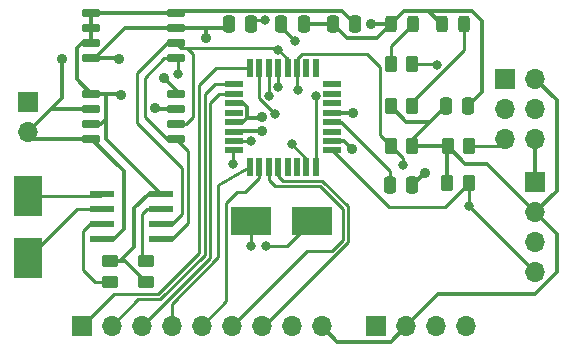
<source format=gtl>
%TF.GenerationSoftware,KiCad,Pcbnew,7.0.11*%
%TF.CreationDate,2024-06-18T14:21:46+05:30*%
%TF.ProjectId,Atmega328p_board,41746d65-6761-4333-9238-705f626f6172,1*%
%TF.SameCoordinates,Original*%
%TF.FileFunction,Copper,L1,Top*%
%TF.FilePolarity,Positive*%
%FSLAX46Y46*%
G04 Gerber Fmt 4.6, Leading zero omitted, Abs format (unit mm)*
G04 Created by KiCad (PCBNEW 7.0.11) date 2024-06-18 14:21:46*
%MOMM*%
%LPD*%
G01*
G04 APERTURE LIST*
G04 Aperture macros list*
%AMRoundRect*
0 Rectangle with rounded corners*
0 $1 Rounding radius*
0 $2 $3 $4 $5 $6 $7 $8 $9 X,Y pos of 4 corners*
0 Add a 4 corners polygon primitive as box body*
4,1,4,$2,$3,$4,$5,$6,$7,$8,$9,$2,$3,0*
0 Add four circle primitives for the rounded corners*
1,1,$1+$1,$2,$3*
1,1,$1+$1,$4,$5*
1,1,$1+$1,$6,$7*
1,1,$1+$1,$8,$9*
0 Add four rect primitives between the rounded corners*
20,1,$1+$1,$2,$3,$4,$5,0*
20,1,$1+$1,$4,$5,$6,$7,0*
20,1,$1+$1,$6,$7,$8,$9,0*
20,1,$1+$1,$8,$9,$2,$3,0*%
G04 Aperture macros list end*
%TA.AperFunction,SMDPad,CuDef*%
%ADD10RoundRect,0.250000X-0.250000X-0.475000X0.250000X-0.475000X0.250000X0.475000X-0.250000X0.475000X0*%
%TD*%
%TA.AperFunction,ComponentPad*%
%ADD11R,1.700000X1.700000*%
%TD*%
%TA.AperFunction,ComponentPad*%
%ADD12O,1.700000X1.700000*%
%TD*%
%TA.AperFunction,SMDPad,CuDef*%
%ADD13RoundRect,0.250000X0.262500X0.450000X-0.262500X0.450000X-0.262500X-0.450000X0.262500X-0.450000X0*%
%TD*%
%TA.AperFunction,SMDPad,CuDef*%
%ADD14RoundRect,0.250000X0.450000X-0.262500X0.450000X0.262500X-0.450000X0.262500X-0.450000X-0.262500X0*%
%TD*%
%TA.AperFunction,SMDPad,CuDef*%
%ADD15RoundRect,0.250000X-0.450000X0.262500X-0.450000X-0.262500X0.450000X-0.262500X0.450000X0.262500X0*%
%TD*%
%TA.AperFunction,SMDPad,CuDef*%
%ADD16R,2.400000X3.500000*%
%TD*%
%TA.AperFunction,SMDPad,CuDef*%
%ADD17RoundRect,0.243750X-0.243750X-0.456250X0.243750X-0.456250X0.243750X0.456250X-0.243750X0.456250X0*%
%TD*%
%TA.AperFunction,SMDPad,CuDef*%
%ADD18RoundRect,0.250000X0.250000X0.475000X-0.250000X0.475000X-0.250000X-0.475000X0.250000X-0.475000X0*%
%TD*%
%TA.AperFunction,SMDPad,CuDef*%
%ADD19RoundRect,0.150000X-0.650000X-0.150000X0.650000X-0.150000X0.650000X0.150000X-0.650000X0.150000X0*%
%TD*%
%TA.AperFunction,SMDPad,CuDef*%
%ADD20RoundRect,0.073750X-0.911250X-0.221250X0.911250X-0.221250X0.911250X0.221250X-0.911250X0.221250X0*%
%TD*%
%TA.AperFunction,SMDPad,CuDef*%
%ADD21RoundRect,0.250000X-0.262500X-0.450000X0.262500X-0.450000X0.262500X0.450000X-0.262500X0.450000X0*%
%TD*%
%TA.AperFunction,SMDPad,CuDef*%
%ADD22R,3.500000X2.400000*%
%TD*%
%TA.AperFunction,SMDPad,CuDef*%
%ADD23RoundRect,0.068750X-0.666250X-0.206250X0.666250X-0.206250X0.666250X0.206250X-0.666250X0.206250X0*%
%TD*%
%TA.AperFunction,SMDPad,CuDef*%
%ADD24RoundRect,0.068750X-0.206250X-0.666250X0.206250X-0.666250X0.206250X0.666250X-0.206250X0.666250X0*%
%TD*%
%TA.AperFunction,ViaPad*%
%ADD25C,0.900000*%
%TD*%
%TA.AperFunction,ViaPad*%
%ADD26C,0.800000*%
%TD*%
%TA.AperFunction,Conductor*%
%ADD27C,0.350000*%
%TD*%
%TA.AperFunction,Conductor*%
%ADD28C,0.250000*%
%TD*%
G04 APERTURE END LIST*
D10*
%TO.P,C1,1*%
%TO.N,/VCC*%
X157327600Y-88036400D03*
%TO.P,C1,2*%
%TO.N,GND*%
X159227600Y-88036400D03*
%TD*%
D11*
%TO.P,J1,1,Pin_1*%
%TO.N,GND*%
X164896800Y-94538800D03*
D12*
%TO.P,J1,2,Pin_2*%
%TO.N,/VCC*%
X164896800Y-97078800D03*
%TO.P,J1,3,Pin_3*%
%TO.N,/SDA*%
X164896800Y-99618800D03*
%TO.P,J1,4,Pin_4*%
%TO.N,/SCK*%
X164896800Y-102158800D03*
%TD*%
D13*
%TO.P,R7,1*%
%TO.N,/VCC*%
X154453200Y-91440000D03*
%TO.P,R7,2*%
%TO.N,/SDA*%
X152628200Y-91440000D03*
%TD*%
D14*
%TO.P,R3,1*%
%TO.N,/VCC*%
X131937800Y-102995100D03*
%TO.P,R3,2*%
%TO.N,Net-(U4-SQW{slash}~INT)*%
X131937800Y-101170100D03*
%TD*%
D11*
%TO.P,BT1,1,+*%
%TO.N,/VCC*%
X121894600Y-87752000D03*
D12*
%TO.P,BT1,2,-*%
%TO.N,GND*%
X121894600Y-90292000D03*
%TD*%
D15*
%TO.P,R2,1*%
%TO.N,/VCC*%
X128889800Y-101170100D03*
%TO.P,R2,2*%
%TO.N,Net-(U4-~{INTA})*%
X128889800Y-102995100D03*
%TD*%
D16*
%TO.P,Y2,1,1*%
%TO.N,Net-(U4-X2)*%
X121920000Y-100898000D03*
%TO.P,Y2,2,2*%
%TO.N,Net-(U4-X1)*%
X121920000Y-95698000D03*
%TD*%
D11*
%TO.P,J4,1,Pin_1*%
%TO.N,/MISO*%
X162356800Y-85750400D03*
D12*
%TO.P,J4,2,Pin_2*%
%TO.N,/VCC*%
X164896800Y-85750400D03*
%TO.P,J4,3,Pin_3*%
%TO.N,/SCK*%
X162356800Y-88290400D03*
%TO.P,J4,4,Pin_4*%
%TO.N,/MOSI*%
X164896800Y-88290400D03*
%TO.P,J4,5,Pin_5*%
%TO.N,/RESET*%
X162356800Y-90830400D03*
%TO.P,J4,6,Pin_6*%
%TO.N,GND*%
X164896800Y-90830400D03*
%TD*%
D10*
%TO.P,C4,1*%
%TO.N,Net-(U3-PB7)*%
X143388000Y-81153000D03*
%TO.P,C4,2*%
%TO.N,GND*%
X145288000Y-81153000D03*
%TD*%
D11*
%TO.P,J2,1,Pin_1*%
%TO.N,GND*%
X151384000Y-106730800D03*
D12*
%TO.P,J2,2,Pin_2*%
%TO.N,/VCC*%
X153924000Y-106730800D03*
%TO.P,J2,3,Pin_3*%
%TO.N,/RX*%
X156464000Y-106730800D03*
%TO.P,J2,4,Pin_4*%
%TO.N,/TX*%
X159004000Y-106730800D03*
%TD*%
D17*
%TO.P,D1,1,K*%
%TO.N,GND*%
X152638800Y-81127600D03*
%TO.P,D1,2,A*%
%TO.N,Net-(D1-A)*%
X154513800Y-81127600D03*
%TD*%
D10*
%TO.P,C2,1*%
%TO.N,Net-(U3-AREF)*%
X152570700Y-94792800D03*
%TO.P,C2,2*%
%TO.N,GND*%
X154470700Y-94792800D03*
%TD*%
D18*
%TO.P,C5,1*%
%TO.N,/VCC*%
X149651800Y-81127600D03*
%TO.P,C5,2*%
%TO.N,GND*%
X147751800Y-81127600D03*
%TD*%
D19*
%TO.P,U1,1,A0*%
%TO.N,/VCC*%
X127293000Y-80213200D03*
%TO.P,U1,2,A1*%
X127293000Y-81483200D03*
%TO.P,U1,3,A2*%
X127293000Y-82753200D03*
%TO.P,U1,4,GND*%
%TO.N,GND*%
X127293000Y-84023200D03*
%TO.P,U1,5,SDA*%
%TO.N,/SDA*%
X134493000Y-84023200D03*
%TO.P,U1,6,SCL*%
%TO.N,/SCK*%
X134493000Y-82753200D03*
%TO.P,U1,7,WP*%
%TO.N,GND*%
X134493000Y-81483200D03*
%TO.P,U1,8,VCC*%
%TO.N,/VCC*%
X134493000Y-80213200D03*
%TD*%
D20*
%TO.P,U4,1,X1*%
%TO.N,Net-(U4-X1)*%
X128208000Y-95504000D03*
%TO.P,U4,2,X2*%
%TO.N,Net-(U4-X2)*%
X128208000Y-96774000D03*
%TO.P,U4,3,~{INTA}*%
%TO.N,Net-(U4-~{INTA})*%
X128208000Y-98044000D03*
%TO.P,U4,4,GND*%
%TO.N,GND*%
X128208000Y-99314000D03*
%TO.P,U4,5,SDA*%
%TO.N,/SDA*%
X133158000Y-99314000D03*
%TO.P,U4,6,SCL*%
%TO.N,/SCK*%
X133158000Y-98044000D03*
%TO.P,U4,7,SQW/~INT*%
%TO.N,Net-(U4-SQW{slash}~INT)*%
X133158000Y-96774000D03*
%TO.P,U4,8,VCC*%
%TO.N,/VCC*%
X133158000Y-95504000D03*
%TD*%
D21*
%TO.P,R6,1*%
%TO.N,/VCC*%
X157441300Y-94589600D03*
%TO.P,R6,2*%
%TO.N,/SCK*%
X159266300Y-94589600D03*
%TD*%
D10*
%TO.P,C3,1*%
%TO.N,GND*%
X138938000Y-81153000D03*
%TO.P,C3,2*%
%TO.N,Net-(U3-PB6)*%
X140838000Y-81153000D03*
%TD*%
D22*
%TO.P,Y1,1,1*%
%TO.N,Net-(U3-PB7)*%
X146008400Y-97790000D03*
%TO.P,Y1,2,2*%
%TO.N,Net-(U3-PB6)*%
X140808400Y-97790000D03*
%TD*%
D11*
%TO.P,J3,1,Pin_1*%
%TO.N,/D2*%
X126466600Y-106705400D03*
D12*
%TO.P,J3,2,Pin_2*%
%TO.N,/D3*%
X129006600Y-106705400D03*
%TO.P,J3,3,Pin_3*%
%TO.N,/D4*%
X131546600Y-106705400D03*
%TO.P,J3,4,Pin_4*%
%TO.N,/D5*%
X134086600Y-106705400D03*
%TO.P,J3,5,Pin_5*%
%TO.N,/D6*%
X136626600Y-106705400D03*
%TO.P,J3,6,Pin_6*%
%TO.N,/D7*%
X139166600Y-106705400D03*
%TO.P,J3,7,Pin_7*%
%TO.N,/D8*%
X141706600Y-106705400D03*
%TO.P,J3,8,Pin_8*%
%TO.N,GND*%
X144246600Y-106705400D03*
%TO.P,J3,9,Pin_9*%
%TO.N,/VCC*%
X146786600Y-106705400D03*
%TD*%
D19*
%TO.P,U2,1,A0*%
%TO.N,/VCC*%
X127293000Y-87043200D03*
%TO.P,U2,2,A1*%
%TO.N,GND*%
X127293000Y-88313200D03*
%TO.P,U2,3,A2*%
%TO.N,/VCC*%
X127293000Y-89583200D03*
%TO.P,U2,4,GND*%
%TO.N,GND*%
X127293000Y-90853200D03*
%TO.P,U2,5,SDA*%
%TO.N,/SDA*%
X134493000Y-90853200D03*
%TO.P,U2,6,SCL*%
%TO.N,/SCK*%
X134493000Y-89583200D03*
%TO.P,U2,7,WP*%
%TO.N,GND*%
X134493000Y-88313200D03*
%TO.P,U2,8,VCC*%
%TO.N,/VCC*%
X134493000Y-87043200D03*
%TD*%
D21*
%TO.P,R1,1*%
%TO.N,/VCC*%
X157456500Y-91440000D03*
%TO.P,R1,2*%
%TO.N,/RESET*%
X159281500Y-91440000D03*
%TD*%
%TO.P,R4,1*%
%TO.N,Net-(D1-A)*%
X152655900Y-84531200D03*
%TO.P,R4,2*%
%TO.N,/SCK*%
X154480900Y-84531200D03*
%TD*%
D17*
%TO.P,D2,1,K*%
%TO.N,GND*%
X156954500Y-81127600D03*
%TO.P,D2,2,A*%
%TO.N,Net-(D2-A)*%
X158829500Y-81127600D03*
%TD*%
D21*
%TO.P,R5,1*%
%TO.N,/VCC*%
X152628200Y-88036400D03*
%TO.P,R5,2*%
%TO.N,Net-(D2-A)*%
X154453200Y-88036400D03*
%TD*%
D23*
%TO.P,U3,1,PD3*%
%TO.N,/D3*%
X139340000Y-86227000D03*
%TO.P,U3,2,PD4*%
%TO.N,/D4*%
X139340000Y-87027000D03*
%TO.P,U3,3,GND*%
%TO.N,GND*%
X139340000Y-87827000D03*
%TO.P,U3,4,VCC*%
%TO.N,unconnected-(U3-VCC-Pad4)*%
X139340000Y-88627000D03*
%TO.P,U3,5,GND*%
%TO.N,GND*%
X139340000Y-89427000D03*
%TO.P,U3,6,VCC*%
%TO.N,/VCC*%
X139340000Y-90227000D03*
%TO.P,U3,7,PB6*%
%TO.N,Net-(U3-PB6)*%
X139340000Y-91027000D03*
%TO.P,U3,8,PB7*%
%TO.N,Net-(U3-PB7)*%
X139340000Y-91827000D03*
D24*
%TO.P,U3,9,PD5*%
%TO.N,/D5*%
X140710000Y-93197000D03*
%TO.P,U3,10,PD6*%
%TO.N,/D6*%
X141510000Y-93197000D03*
%TO.P,U3,11,PD7*%
%TO.N,/D7*%
X142310000Y-93197000D03*
%TO.P,U3,12,PB0*%
%TO.N,/D8*%
X143110000Y-93197000D03*
%TO.P,U3,13,PB1*%
%TO.N,unconnected-(U3-PB1-Pad13)*%
X143910000Y-93197000D03*
%TO.P,U3,14,PB2*%
%TO.N,unconnected-(U3-PB2-Pad14)*%
X144710000Y-93197000D03*
%TO.P,U3,15,PB3*%
%TO.N,/MOSI*%
X145510000Y-93197000D03*
%TO.P,U3,16,PB4*%
%TO.N,/MISO*%
X146310000Y-93197000D03*
D23*
%TO.P,U3,17,PB5*%
%TO.N,/SCK*%
X147680000Y-91827000D03*
%TO.P,U3,18,AVCC*%
%TO.N,/VCC*%
X147680000Y-91027000D03*
%TO.P,U3,19,ADC6*%
%TO.N,unconnected-(U3-ADC6-Pad19)*%
X147680000Y-90227000D03*
%TO.P,U3,20,AREF*%
%TO.N,Net-(U3-AREF)*%
X147680000Y-89427000D03*
%TO.P,U3,21,GND*%
%TO.N,GND*%
X147680000Y-88627000D03*
%TO.P,U3,22,ADC7*%
%TO.N,unconnected-(U3-ADC7-Pad22)*%
X147680000Y-87827000D03*
%TO.P,U3,23,PC0*%
%TO.N,unconnected-(U3-PC0-Pad23)*%
X147680000Y-87027000D03*
%TO.P,U3,24,PC1*%
%TO.N,unconnected-(U3-PC1-Pad24)*%
X147680000Y-86227000D03*
D24*
%TO.P,U3,25,PC2*%
%TO.N,unconnected-(U3-PC2-Pad25)*%
X146310000Y-84857000D03*
%TO.P,U3,26,PC3*%
%TO.N,unconnected-(U3-PC3-Pad26)*%
X145510000Y-84857000D03*
%TO.P,U3,27,PC4*%
%TO.N,/SDA*%
X144710000Y-84857000D03*
%TO.P,U3,28,PC5*%
%TO.N,/SCK*%
X143910000Y-84857000D03*
%TO.P,U3,29,PC6/~{RESET}*%
%TO.N,/RESET*%
X143110000Y-84857000D03*
%TO.P,U3,30,PD0*%
%TO.N,/RX*%
X142310000Y-84857000D03*
%TO.P,U3,31,PD1*%
%TO.N,/TX*%
X141510000Y-84857000D03*
%TO.P,U3,32,PD2*%
%TO.N,/D2*%
X140710000Y-84857000D03*
%TD*%
D25*
%TO.N,GND*%
X129667000Y-84074000D03*
X137033000Y-82334600D03*
X151003000Y-81153000D03*
X124841000Y-84074000D03*
X149463800Y-88620600D03*
X141732000Y-89027000D03*
X155559800Y-93700600D03*
X132715000Y-88265000D03*
%TO.N,/VCC*%
X141732000Y-90177003D03*
X129778800Y-87096600D03*
X133461800Y-85699600D03*
X149336800Y-91668600D03*
D26*
%TO.N,Net-(U3-PB6)*%
X140827800Y-91033600D03*
X141986000Y-80802600D03*
X140827800Y-99923600D03*
%TO.N,Net-(U3-PB7)*%
X142097800Y-99923600D03*
X139303800Y-92938600D03*
X144526000Y-82550000D03*
%TO.N,/SDA*%
X144764800Y-86715600D03*
X153654800Y-93065600D03*
X134604800Y-85318600D03*
%TO.N,/SCK*%
X143113800Y-83286600D03*
X156575800Y-84556600D03*
X159266300Y-96528300D03*
%TO.N,/RX*%
X142351800Y-87223600D03*
%TO.N,/TX*%
X142859800Y-88747600D03*
%TO.N,/MISO*%
X146288800Y-87223600D03*
%TO.N,/MOSI*%
X144256800Y-91287600D03*
%TO.N,/RESET*%
X143113800Y-86461600D03*
%TD*%
D27*
%TO.N,GND*%
X152638800Y-81127600D02*
X151028400Y-81127600D01*
X139340000Y-87827000D02*
X140138000Y-87827000D01*
X147726400Y-81153000D02*
X147751800Y-81127600D01*
X140500000Y-89039672D02*
X140112672Y-89427000D01*
X152638800Y-81127600D02*
X153763800Y-80002600D01*
X140138000Y-87827000D02*
X140500000Y-88189000D01*
X137033000Y-81483200D02*
X138607800Y-81483200D01*
X121894600Y-90292000D02*
X123111300Y-89075300D01*
X127293000Y-90853200D02*
X122455800Y-90853200D01*
X132763200Y-88313200D02*
X132715000Y-88265000D01*
X138607800Y-81483200D02*
X138938000Y-81153000D01*
X140112672Y-89427000D02*
X139340000Y-89427000D01*
X137033000Y-81483200D02*
X137033000Y-82334600D01*
X155829500Y-80002600D02*
X156954500Y-81127600D01*
X147751800Y-81127600D02*
X148901800Y-82277600D01*
X153763800Y-80002600D02*
X155829500Y-80002600D01*
X147680000Y-88627000D02*
X149457400Y-88627000D01*
X151488800Y-82277600D02*
X152638800Y-81127600D01*
X134493000Y-81483200D02*
X137033000Y-81483200D01*
X164896800Y-90830400D02*
X164896800Y-94538800D01*
X141719328Y-89039672D02*
X140500000Y-89039672D01*
X130180328Y-81483200D02*
X127640328Y-84023200D01*
X160401000Y-80899000D02*
X159504600Y-80002600D01*
X129616200Y-84023200D02*
X129667000Y-84074000D01*
X123111300Y-89075300D02*
X124841000Y-87345600D01*
X148901800Y-82277600D02*
X151488800Y-82277600D01*
X123873400Y-88313200D02*
X127293000Y-88313200D01*
X159504600Y-80002600D02*
X155829500Y-80002600D01*
X154470700Y-94792800D02*
X154470700Y-94789700D01*
X160401000Y-86863000D02*
X160401000Y-80899000D01*
X141732000Y-89027000D02*
X141719328Y-89039672D01*
X128208000Y-99314000D02*
X129193000Y-99314000D01*
X130048000Y-98459000D02*
X130048000Y-93608200D01*
X154470700Y-94789700D02*
X155559800Y-93700600D01*
X149457400Y-88627000D02*
X149463800Y-88620600D01*
X159227600Y-88036400D02*
X160401000Y-86863000D01*
X127640328Y-84023200D02*
X127293000Y-84023200D01*
X124841000Y-87345600D02*
X124841000Y-84074000D01*
X129193000Y-99314000D02*
X130048000Y-98459000D01*
X123111300Y-89075300D02*
X123873400Y-88313200D01*
X122455800Y-90853200D02*
X121894600Y-90292000D01*
X127293000Y-84023200D02*
X129616200Y-84023200D01*
X134493000Y-81483200D02*
X130180328Y-81483200D01*
X130048000Y-93608200D02*
X127293000Y-90853200D01*
X134493000Y-88313200D02*
X132763200Y-88313200D01*
X145288000Y-81153000D02*
X147726400Y-81153000D01*
X151028400Y-81127600D02*
X151003000Y-81153000D01*
X140500000Y-88189000D02*
X140500000Y-89039672D01*
%TO.N,/VCC*%
X132166400Y-95504000D02*
X133158000Y-95504000D01*
X166735800Y-95239800D02*
X164896800Y-97078800D01*
X134493000Y-87043200D02*
X134493000Y-86730800D01*
X158955100Y-92938600D02*
X160756600Y-92938600D01*
X128889800Y-101170100D02*
X129734118Y-101170100D01*
X157456500Y-91440000D02*
X158955100Y-92938600D01*
X147680000Y-91027000D02*
X148695200Y-91027000D01*
X164896800Y-85750400D02*
X166735800Y-87589400D01*
X127293000Y-80213200D02*
X134493000Y-80213200D01*
X126068000Y-83178201D02*
X126068000Y-85818200D01*
X128518000Y-89158199D02*
X128518000Y-87232800D01*
X134493000Y-86730800D02*
X133461800Y-85699600D01*
X152649000Y-108005800D02*
X148087000Y-108005800D01*
X126068000Y-85818200D02*
X127293000Y-87043200D01*
X157441300Y-91455200D02*
X157456500Y-91440000D01*
X128518000Y-90864000D02*
X128518000Y-89158199D01*
X164871123Y-103987600D02*
X156667200Y-103987600D01*
X139389997Y-90177003D02*
X141732000Y-90177003D01*
X139340000Y-90227000D02*
X139389997Y-90177003D01*
X129734118Y-101170100D02*
X130937000Y-99967218D01*
X127293000Y-89583200D02*
X128092999Y-89583200D01*
X128889800Y-101170100D02*
X130112800Y-101170100D01*
X129725400Y-87043200D02*
X129778800Y-87096600D01*
X164896800Y-97078800D02*
X166735800Y-98917800D01*
X130937000Y-96733400D02*
X132166400Y-95504000D01*
X166735800Y-98917800D02*
X166735800Y-102122923D01*
X128127800Y-87043200D02*
X129725400Y-87043200D01*
X128518000Y-87232800D02*
X128328400Y-87043200D01*
X130937000Y-99967218D02*
X130937000Y-96733400D01*
X160756600Y-92938600D02*
X164896800Y-97078800D01*
X130112800Y-101170100D02*
X131937800Y-102995100D01*
X166735800Y-87589400D02*
X166735800Y-95239800D01*
X153974400Y-89382600D02*
X155981400Y-89382600D01*
X128127800Y-87043200D02*
X127293000Y-87043200D01*
X127293000Y-82753200D02*
X127293000Y-80213200D01*
X154453200Y-90910800D02*
X155981400Y-89382600D01*
X148087000Y-108005800D02*
X146786600Y-106705400D01*
X127293000Y-82753200D02*
X126493001Y-82753200D01*
X166735800Y-102122923D02*
X164871123Y-103987600D01*
X156667200Y-103987600D02*
X153924000Y-106730800D01*
X126493001Y-82753200D02*
X126068000Y-83178201D01*
X149651800Y-81127600D02*
X148501800Y-79977600D01*
X153924000Y-106730800D02*
X152649000Y-108005800D01*
X148501800Y-79977600D02*
X134728600Y-79977600D01*
X148695200Y-91027000D02*
X149336800Y-91668600D01*
X155981400Y-89382600D02*
X157327600Y-88036400D01*
X128328400Y-87043200D02*
X128127800Y-87043200D01*
X157441300Y-94589600D02*
X157441300Y-91455200D01*
X133158000Y-95504000D02*
X128518000Y-90864000D01*
X128092999Y-89583200D02*
X128518000Y-89158199D01*
X122603400Y-87043200D02*
X121894600Y-87752000D01*
X154453200Y-91440000D02*
X154453200Y-90910800D01*
X152628200Y-88036400D02*
X153974400Y-89382600D01*
X134728600Y-79977600D02*
X134493000Y-80213200D01*
X157456500Y-91440000D02*
X154453200Y-91440000D01*
D28*
%TO.N,Net-(U3-AREF)*%
X152570700Y-93582700D02*
X148415000Y-89427000D01*
X152570700Y-94792800D02*
X152570700Y-93582700D01*
X148415000Y-89427000D02*
X147680000Y-89427000D01*
%TO.N,Net-(U3-PB6)*%
X139346600Y-91033600D02*
X139340000Y-91027000D01*
X141188400Y-80802600D02*
X140838000Y-81153000D01*
X140827800Y-91033600D02*
X139346600Y-91033600D01*
X140808400Y-97790000D02*
X140808400Y-99904200D01*
X140808400Y-99904200D02*
X140827800Y-99923600D01*
X141986000Y-80802600D02*
X141188400Y-80802600D01*
%TO.N,Net-(U3-PB7)*%
X143388000Y-81412000D02*
X144526000Y-82550000D01*
X143388000Y-81153000D02*
X143388000Y-81412000D01*
X146008400Y-97790000D02*
X143874800Y-99923600D01*
X143874800Y-99923600D02*
X142097800Y-99923600D01*
X139303800Y-91863200D02*
X139340000Y-91827000D01*
X139303800Y-92938600D02*
X139303800Y-91863200D01*
%TO.N,Net-(D1-A)*%
X152655900Y-82985500D02*
X152655900Y-84531200D01*
X154513800Y-81127600D02*
X152655900Y-82985500D01*
%TO.N,Net-(D2-A)*%
X154453200Y-87704505D02*
X154453200Y-88036400D01*
X158829500Y-83328205D02*
X154453200Y-87704505D01*
X158829500Y-81127600D02*
X158829500Y-83328205D01*
%TO.N,/SDA*%
X144710000Y-86660800D02*
X144764800Y-86715600D01*
X131826000Y-85684400D02*
X131826000Y-88986199D01*
X134604800Y-84135000D02*
X134493000Y-84023200D01*
X133487200Y-84023200D02*
X131826000Y-85684400D01*
X144710000Y-84122000D02*
X144710000Y-84857000D01*
X133693001Y-90853200D02*
X134493000Y-90853200D01*
X145164400Y-83667600D02*
X144710000Y-84122000D01*
X151740700Y-84801500D02*
X150606800Y-83667600D01*
X151740700Y-90552500D02*
X151740700Y-84801500D01*
X144710000Y-84857000D02*
X144710000Y-86660800D01*
X134604800Y-85318600D02*
X134604800Y-84135000D01*
X134493000Y-84023200D02*
X133487200Y-84023200D01*
X135493800Y-97963200D02*
X135493800Y-91854000D01*
X134143000Y-99314000D02*
X135493800Y-97963200D01*
X131826000Y-88986199D02*
X133693001Y-90853200D01*
X152628200Y-91440000D02*
X151740700Y-90552500D01*
X153654800Y-93065600D02*
X153654800Y-92466600D01*
X150606800Y-83667600D02*
X145164400Y-83667600D01*
X135493800Y-91854000D02*
X134493000Y-90853200D01*
X133158000Y-99314000D02*
X134143000Y-99314000D01*
X153654800Y-92466600D02*
X152628200Y-91440000D01*
%TO.N,/SCK*%
X131191000Y-85255201D02*
X133693001Y-82753200D01*
X147680000Y-91827000D02*
X152474600Y-96621600D01*
X135292999Y-89583200D02*
X135874800Y-89001399D01*
X143910000Y-84122000D02*
X143113800Y-83325800D01*
X156575800Y-84556600D02*
X156601200Y-84531200D01*
X135874800Y-83667600D02*
X135366800Y-83159600D01*
X159266300Y-94589600D02*
X159266300Y-96528300D01*
X134899400Y-83159600D02*
X134493000Y-82753200D01*
X135366800Y-83159600D02*
X134899400Y-83159600D01*
X143113800Y-83325800D02*
X143113800Y-83286600D01*
X154480900Y-84531200D02*
X154480900Y-83985700D01*
X152474600Y-96621600D02*
X157234300Y-96621600D01*
X134493000Y-89583200D02*
X135292999Y-89583200D01*
X134985800Y-97201200D02*
X134985800Y-93319600D01*
X159266300Y-96528300D02*
X164896800Y-102158800D01*
X134143000Y-98044000D02*
X134985800Y-97201200D01*
X143113800Y-83286600D02*
X142986800Y-83159600D01*
X154480900Y-84531200D02*
X156550400Y-84531200D01*
X156550400Y-84531200D02*
X156575800Y-84556600D01*
X143910000Y-84857000D02*
X143910000Y-84122000D01*
X157234300Y-96621600D02*
X159266300Y-94589600D01*
X133158000Y-98044000D02*
X134143000Y-98044000D01*
X133693001Y-82753200D02*
X134493000Y-82753200D01*
X135874800Y-89001399D02*
X135874800Y-83667600D01*
X134985800Y-93319600D02*
X131191000Y-89524800D01*
X131191000Y-89524800D02*
X131191000Y-85255201D01*
X142986800Y-83159600D02*
X135366800Y-83159600D01*
%TO.N,/RX*%
X142310000Y-84857000D02*
X142310000Y-87181800D01*
X142310000Y-87181800D02*
X142351800Y-87223600D01*
%TO.N,/TX*%
X141510000Y-87407105D02*
X142850495Y-88747600D01*
X142850495Y-88747600D02*
X142859800Y-88747600D01*
X141510000Y-84857000D02*
X141510000Y-87407105D01*
%TO.N,/D2*%
X136398000Y-100543400D02*
X136398000Y-86319400D01*
X137860400Y-84857000D02*
X140710000Y-84857000D01*
X129184400Y-103987600D02*
X132953800Y-103987600D01*
X132953800Y-103987600D02*
X136398000Y-100543400D01*
X126466600Y-106705400D02*
X129184400Y-103987600D01*
X136398000Y-86319400D02*
X137860400Y-84857000D01*
%TO.N,/D3*%
X131274400Y-104437600D02*
X133140196Y-104437600D01*
X137760400Y-86227000D02*
X139340000Y-86227000D01*
X136906000Y-100671796D02*
X136906000Y-87081400D01*
X129006600Y-106705400D02*
X131274400Y-104437600D01*
X133140196Y-104437600D02*
X136906000Y-100671796D01*
X136906000Y-87081400D02*
X137760400Y-86227000D01*
%TO.N,/D4*%
X137356000Y-87774400D02*
X138103400Y-87027000D01*
X138103400Y-87027000D02*
X139340000Y-87027000D01*
X131546600Y-106705400D02*
X137356000Y-100896000D01*
X137356000Y-100896000D02*
X137356000Y-87774400D01*
%TO.N,/D5*%
X134086600Y-104801796D02*
X138033800Y-100854596D01*
X138033800Y-94716600D02*
X140065800Y-93573600D01*
X138033800Y-100854596D02*
X138033800Y-94716600D01*
X140065800Y-93573600D02*
X140710000Y-93197000D01*
X134086600Y-106705400D02*
X134086600Y-104801796D01*
%TO.N,/D6*%
X141510000Y-94161400D02*
X141510000Y-93197000D01*
X136626600Y-106705400D02*
X138733400Y-104598600D01*
X139646800Y-95351600D02*
X140319800Y-95351600D01*
X138733400Y-104598600D02*
X138733400Y-96265000D01*
X138733400Y-96265000D02*
X139646800Y-95351600D01*
X140319800Y-95351600D02*
X141510000Y-94161400D01*
%TO.N,/D7*%
X146662000Y-94843600D02*
X142859800Y-94843600D01*
X142859800Y-94843600D02*
X142310000Y-94293800D01*
X139166600Y-106705400D02*
X145567400Y-100304600D01*
X148574800Y-99415600D02*
X148574800Y-96756400D01*
X147685800Y-100304600D02*
X148574800Y-99415600D01*
X148574800Y-96756400D02*
X146662000Y-94843600D01*
X145567400Y-100304600D02*
X147685800Y-100304600D01*
X142310000Y-94293800D02*
X142310000Y-93197000D01*
%TO.N,/D8*%
X143110000Y-94008800D02*
X143110000Y-93197000D01*
X149024800Y-99601996D02*
X149024800Y-96570004D01*
X149024800Y-96570004D02*
X146848396Y-94393600D01*
X146848396Y-94393600D02*
X143494800Y-94393600D01*
X141706600Y-106705400D02*
X141921396Y-106705400D01*
X141921396Y-106705400D02*
X149024800Y-99601996D01*
X143494800Y-94393600D02*
X143110000Y-94008800D01*
%TO.N,/MISO*%
X146310000Y-87244800D02*
X146310000Y-93197000D01*
X146288800Y-87223600D02*
X146310000Y-87244800D01*
%TO.N,/MOSI*%
X144256800Y-91287600D02*
X145510000Y-92540800D01*
X145510000Y-92540800D02*
X145510000Y-93197000D01*
%TO.N,/RESET*%
X159281500Y-91440000D02*
X161747200Y-91440000D01*
X161747200Y-91440000D02*
X162356800Y-90830400D01*
X143110000Y-84857000D02*
X143110000Y-86457800D01*
X143110000Y-86457800D02*
X143113800Y-86461600D01*
%TO.N,Net-(U4-~{INTA})*%
X127643300Y-102995100D02*
X128889800Y-102995100D01*
X128208000Y-98044000D02*
X127223000Y-98044000D01*
X126603800Y-98663200D02*
X126603800Y-101955600D01*
X127223000Y-98044000D02*
X126603800Y-98663200D01*
X126603800Y-101955600D02*
X127643300Y-102995100D01*
%TO.N,Net-(U4-SQW{slash}~INT)*%
X131533300Y-101170100D02*
X131572000Y-101131400D01*
X131572000Y-97241400D02*
X132039400Y-96774000D01*
X132039400Y-96774000D02*
X133158000Y-96774000D01*
X131572000Y-101131400D02*
X131572000Y-97241400D01*
X131937800Y-101170100D02*
X131533300Y-101170100D01*
%TO.N,Net-(U4-X1)*%
X128014000Y-95698000D02*
X128208000Y-95504000D01*
X121920000Y-95698000D02*
X128014000Y-95698000D01*
%TO.N,Net-(U4-X2)*%
X126044000Y-96774000D02*
X128208000Y-96774000D01*
X121920000Y-100898000D02*
X126044000Y-96774000D01*
%TD*%
M02*

</source>
